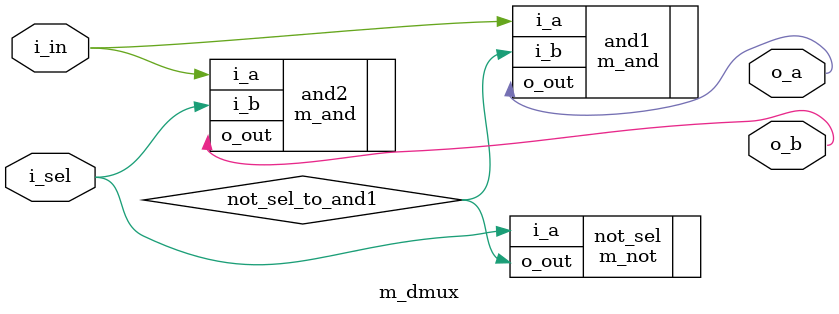
<source format=v>


module m_dmux (
  input i_in,
  input i_sel,
  output o_a,
  output o_b);
  
wire not_sel_to_and1;
  
m_not not_sel (
  .i_a(i_sel),
  .o_out(not_sel_to_and1)
  );

m_and and1 (
  .i_a(i_in),
  .i_b(not_sel_to_and1),
  .o_out(o_a)
  );

m_and and2 (
  .i_a(i_in),
  .i_b(i_sel),
  .o_out(o_b)
  );
  
endmodule

</source>
